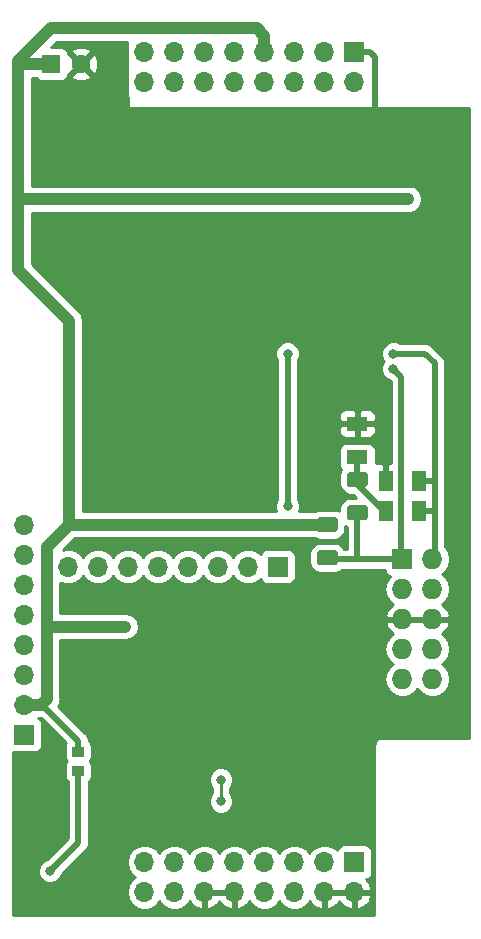
<source format=gbr>
G04 #@! TF.GenerationSoftware,KiCad,Pcbnew,(5.0.0)*
G04 #@! TF.CreationDate,2018-12-13T10:25:45+01:00*
G04 #@! TF.ProjectId,TrackModBusMaster_piggyback,547261636B4D6F644275734D61737465,rev?*
G04 #@! TF.SameCoordinates,Original*
G04 #@! TF.FileFunction,Copper,L2,Bot,Signal*
G04 #@! TF.FilePolarity,Positive*
%FSLAX46Y46*%
G04 Gerber Fmt 4.6, Leading zero omitted, Abs format (unit mm)*
G04 Created by KiCad (PCBNEW (5.0.0)) date 12/13/18 10:25:45*
%MOMM*%
%LPD*%
G01*
G04 APERTURE LIST*
G04 #@! TA.AperFunction,SMDPad,CuDef*
%ADD10R,1.220000X1.800000*%
G04 #@! TD*
G04 #@! TA.AperFunction,ComponentPad*
%ADD11O,1.700000X1.700000*%
G04 #@! TD*
G04 #@! TA.AperFunction,ComponentPad*
%ADD12R,1.700000X1.700000*%
G04 #@! TD*
G04 #@! TA.AperFunction,ComponentPad*
%ADD13R,1.727200X1.727200*%
G04 #@! TD*
G04 #@! TA.AperFunction,ComponentPad*
%ADD14O,1.727200X1.727200*%
G04 #@! TD*
G04 #@! TA.AperFunction,Conductor*
%ADD15C,0.100000*%
G04 #@! TD*
G04 #@! TA.AperFunction,SMDPad,CuDef*
%ADD16C,1.250000*%
G04 #@! TD*
G04 #@! TA.AperFunction,ComponentPad*
%ADD17R,1.600000X1.600000*%
G04 #@! TD*
G04 #@! TA.AperFunction,ComponentPad*
%ADD18C,1.600000*%
G04 #@! TD*
G04 #@! TA.AperFunction,SMDPad,CuDef*
%ADD19R,1.800000X1.220000*%
G04 #@! TD*
G04 #@! TA.AperFunction,SMDPad,CuDef*
%ADD20R,1.000000X0.820000*%
G04 #@! TD*
G04 #@! TA.AperFunction,ViaPad*
%ADD21C,0.800000*%
G04 #@! TD*
G04 #@! TA.AperFunction,Conductor*
%ADD22C,0.500000*%
G04 #@! TD*
G04 #@! TA.AperFunction,Conductor*
%ADD23C,0.250000*%
G04 #@! TD*
G04 #@! TA.AperFunction,Conductor*
%ADD24C,1.000000*%
G04 #@! TD*
G04 #@! TA.AperFunction,Conductor*
%ADD25C,0.254000*%
G04 #@! TD*
G04 APERTURE END LIST*
D10*
G04 #@! TO.P,R9,2*
G04 #@! TO.N,Rx_B*
X140114000Y-82042000D03*
G04 #@! TO.P,R9,1*
G04 #@! TO.N,GND*
X137254000Y-82042000D03*
G04 #@! TD*
D11*
G04 #@! TO.P,J1,16*
G04 #@! TO.N,GND*
X116840000Y-48260000D03*
G04 #@! TO.P,J1,15*
G04 #@! TO.N,+3.3VP*
X116840000Y-45720000D03*
G04 #@! TO.P,J1,14*
G04 #@! TO.N,SCK1*
X119380000Y-48260000D03*
G04 #@! TO.P,J1,13*
G04 #@! TO.N,+3.3VP*
X119380000Y-45720000D03*
G04 #@! TO.P,J1,12*
G04 #@! TO.N,GND*
X121920000Y-48260000D03*
G04 #@! TO.P,J1,11*
X121920000Y-45720000D03*
G04 #@! TO.P,J1,10*
G04 #@! TO.N,SS1*
X124460000Y-48260000D03*
G04 #@! TO.P,J1,9*
G04 #@! TO.N,GND*
X124460000Y-45720000D03*
G04 #@! TO.P,J1,8*
X127000000Y-48260000D03*
G04 #@! TO.P,J1,7*
G04 #@! TO.N,+5V*
X127000000Y-45720000D03*
G04 #@! TO.P,J1,6*
G04 #@! TO.N,SDO*
X129540000Y-48260000D03*
G04 #@! TO.P,J1,5*
G04 #@! TO.N,+5V*
X129540000Y-45720000D03*
G04 #@! TO.P,J1,4*
G04 #@! TO.N,GND*
X132080000Y-48260000D03*
G04 #@! TO.P,J1,3*
X132080000Y-45720000D03*
G04 #@! TO.P,J1,2*
G04 #@! TO.N,SDI*
X134620000Y-48260000D03*
D12*
G04 #@! TO.P,J1,1*
G04 #@! TO.N,GND*
X134620000Y-45720000D03*
G04 #@! TD*
D13*
G04 #@! TO.P,J2,1*
G04 #@! TO.N,Rx_A*
X138684000Y-88646000D03*
D14*
G04 #@! TO.P,J2,2*
G04 #@! TO.N,Rx_B*
X141224000Y-88646000D03*
G04 #@! TO.P,J2,3*
G04 #@! TO.N,Tx_A*
X138684000Y-91186000D03*
G04 #@! TO.P,J2,4*
G04 #@! TO.N,Tx_B*
X141224000Y-91186000D03*
G04 #@! TO.P,J2,5*
G04 #@! TO.N,GND*
X138684000Y-93726000D03*
G04 #@! TO.P,J2,6*
X141224000Y-93726000D03*
G04 #@! TO.P,J2,7*
G04 #@! TO.N,Sync_A*
X138684000Y-96266000D03*
G04 #@! TO.P,J2,8*
G04 #@! TO.N,Sync_B*
X141224000Y-96266000D03*
G04 #@! TO.P,J2,9*
G04 #@! TO.N,Reset_A*
X138684000Y-98806000D03*
G04 #@! TO.P,J2,10*
G04 #@! TO.N,Reset_B*
X141224000Y-98806000D03*
G04 #@! TD*
D12*
G04 #@! TO.P,J3,1*
G04 #@! TO.N,Reset_Out*
X134620000Y-114300000D03*
D11*
G04 #@! TO.P,J3,2*
G04 #@! TO.N,GND*
X134620000Y-116840000D03*
G04 #@! TO.P,J3,3*
G04 #@! TO.N,Net-(J3-Pad3)*
X132080000Y-114300000D03*
G04 #@! TO.P,J3,4*
G04 #@! TO.N,GND*
X132080000Y-116840000D03*
G04 #@! TO.P,J3,5*
G04 #@! TO.N,Net-(J3-Pad5)*
X129540000Y-114300000D03*
G04 #@! TO.P,J3,6*
G04 #@! TO.N,+5VP*
X129540000Y-116840000D03*
G04 #@! TO.P,J3,7*
G04 #@! TO.N,Net-(J3-Pad7)*
X127000000Y-114300000D03*
G04 #@! TO.P,J3,8*
G04 #@! TO.N,+5VP*
X127000000Y-116840000D03*
G04 #@! TO.P,J3,9*
G04 #@! TO.N,Net-(J3-Pad9)*
X124460000Y-114300000D03*
G04 #@! TO.P,J3,10*
G04 #@! TO.N,GND*
X124460000Y-116840000D03*
G04 #@! TO.P,J3,11*
G04 #@! TO.N,Net-(J3-Pad11)*
X121920000Y-114300000D03*
G04 #@! TO.P,J3,12*
G04 #@! TO.N,GND*
X121920000Y-116840000D03*
G04 #@! TO.P,J3,13*
G04 #@! TO.N,Net-(J3-Pad13)*
X119380000Y-114300000D03*
G04 #@! TO.P,J3,14*
G04 #@! TO.N,+3V3*
X119380000Y-116840000D03*
G04 #@! TO.P,J3,15*
G04 #@! TO.N,Net-(J3-Pad15)*
X116840000Y-114300000D03*
G04 #@! TO.P,J3,16*
G04 #@! TO.N,+3V3*
X116840000Y-116840000D03*
G04 #@! TD*
D12*
G04 #@! TO.P,J4,1*
G04 #@! TO.N,Net-(J4-Pad1)*
X128143000Y-89281000D03*
D11*
G04 #@! TO.P,J4,2*
G04 #@! TO.N,Net-(J4-Pad2)*
X125603000Y-89281000D03*
G04 #@! TO.P,J4,3*
G04 #@! TO.N,Net-(J4-Pad3)*
X123063000Y-89281000D03*
G04 #@! TO.P,J4,4*
G04 #@! TO.N,Net-(J4-Pad4)*
X120523000Y-89281000D03*
G04 #@! TO.P,J4,5*
G04 #@! TO.N,Net-(J4-Pad5)*
X117983000Y-89281000D03*
G04 #@! TO.P,J4,6*
G04 #@! TO.N,Net-(J4-Pad6)*
X115443000Y-89281000D03*
G04 #@! TO.P,J4,7*
G04 #@! TO.N,Net-(J4-Pad7)*
X112903000Y-89281000D03*
G04 #@! TO.P,J4,8*
G04 #@! TO.N,Net-(J4-Pad8)*
X110363000Y-89281000D03*
G04 #@! TD*
G04 #@! TO.P,J5,8*
G04 #@! TO.N,Net-(J5-Pad8)*
X106680000Y-85725000D03*
G04 #@! TO.P,J5,7*
G04 #@! TO.N,Net-(J5-Pad7)*
X106680000Y-88265000D03*
G04 #@! TO.P,J5,6*
G04 #@! TO.N,Net-(J5-Pad6)*
X106680000Y-90805000D03*
G04 #@! TO.P,J5,5*
G04 #@! TO.N,ICSPCLK*
X106680000Y-93345000D03*
G04 #@! TO.P,J5,4*
G04 #@! TO.N,ICSPDAT*
X106680000Y-95885000D03*
G04 #@! TO.P,J5,3*
G04 #@! TO.N,GND*
X106680000Y-98425000D03*
G04 #@! TO.P,J5,2*
G04 #@! TO.N,+5V*
X106680000Y-100965000D03*
D12*
G04 #@! TO.P,J5,1*
G04 #@! TO.N,Vpp*
X106680000Y-103505000D03*
G04 #@! TD*
D15*
G04 #@! TO.N,Rx_A*
G04 #@! TO.C,R7*
G36*
X132983504Y-87898204D02*
X133007773Y-87901804D01*
X133031571Y-87907765D01*
X133054671Y-87916030D01*
X133076849Y-87926520D01*
X133097893Y-87939133D01*
X133117598Y-87953747D01*
X133135777Y-87970223D01*
X133152253Y-87988402D01*
X133166867Y-88008107D01*
X133179480Y-88029151D01*
X133189970Y-88051329D01*
X133198235Y-88074429D01*
X133204196Y-88098227D01*
X133207796Y-88122496D01*
X133209000Y-88147000D01*
X133209000Y-88897000D01*
X133207796Y-88921504D01*
X133204196Y-88945773D01*
X133198235Y-88969571D01*
X133189970Y-88992671D01*
X133179480Y-89014849D01*
X133166867Y-89035893D01*
X133152253Y-89055598D01*
X133135777Y-89073777D01*
X133117598Y-89090253D01*
X133097893Y-89104867D01*
X133076849Y-89117480D01*
X133054671Y-89127970D01*
X133031571Y-89136235D01*
X133007773Y-89142196D01*
X132983504Y-89145796D01*
X132959000Y-89147000D01*
X131709000Y-89147000D01*
X131684496Y-89145796D01*
X131660227Y-89142196D01*
X131636429Y-89136235D01*
X131613329Y-89127970D01*
X131591151Y-89117480D01*
X131570107Y-89104867D01*
X131550402Y-89090253D01*
X131532223Y-89073777D01*
X131515747Y-89055598D01*
X131501133Y-89035893D01*
X131488520Y-89014849D01*
X131478030Y-88992671D01*
X131469765Y-88969571D01*
X131463804Y-88945773D01*
X131460204Y-88921504D01*
X131459000Y-88897000D01*
X131459000Y-88147000D01*
X131460204Y-88122496D01*
X131463804Y-88098227D01*
X131469765Y-88074429D01*
X131478030Y-88051329D01*
X131488520Y-88029151D01*
X131501133Y-88008107D01*
X131515747Y-87988402D01*
X131532223Y-87970223D01*
X131550402Y-87953747D01*
X131570107Y-87939133D01*
X131591151Y-87926520D01*
X131613329Y-87916030D01*
X131636429Y-87907765D01*
X131660227Y-87901804D01*
X131684496Y-87898204D01*
X131709000Y-87897000D01*
X132959000Y-87897000D01*
X132983504Y-87898204D01*
X132983504Y-87898204D01*
G37*
D16*
G04 #@! TD*
G04 #@! TO.P,R7,1*
G04 #@! TO.N,Rx_A*
X132334000Y-88522000D03*
D15*
G04 #@! TO.N,+5V*
G04 #@! TO.C,R7*
G36*
X132983504Y-85098204D02*
X133007773Y-85101804D01*
X133031571Y-85107765D01*
X133054671Y-85116030D01*
X133076849Y-85126520D01*
X133097893Y-85139133D01*
X133117598Y-85153747D01*
X133135777Y-85170223D01*
X133152253Y-85188402D01*
X133166867Y-85208107D01*
X133179480Y-85229151D01*
X133189970Y-85251329D01*
X133198235Y-85274429D01*
X133204196Y-85298227D01*
X133207796Y-85322496D01*
X133209000Y-85347000D01*
X133209000Y-86097000D01*
X133207796Y-86121504D01*
X133204196Y-86145773D01*
X133198235Y-86169571D01*
X133189970Y-86192671D01*
X133179480Y-86214849D01*
X133166867Y-86235893D01*
X133152253Y-86255598D01*
X133135777Y-86273777D01*
X133117598Y-86290253D01*
X133097893Y-86304867D01*
X133076849Y-86317480D01*
X133054671Y-86327970D01*
X133031571Y-86336235D01*
X133007773Y-86342196D01*
X132983504Y-86345796D01*
X132959000Y-86347000D01*
X131709000Y-86347000D01*
X131684496Y-86345796D01*
X131660227Y-86342196D01*
X131636429Y-86336235D01*
X131613329Y-86327970D01*
X131591151Y-86317480D01*
X131570107Y-86304867D01*
X131550402Y-86290253D01*
X131532223Y-86273777D01*
X131515747Y-86255598D01*
X131501133Y-86235893D01*
X131488520Y-86214849D01*
X131478030Y-86192671D01*
X131469765Y-86169571D01*
X131463804Y-86145773D01*
X131460204Y-86121504D01*
X131459000Y-86097000D01*
X131459000Y-85347000D01*
X131460204Y-85322496D01*
X131463804Y-85298227D01*
X131469765Y-85274429D01*
X131478030Y-85251329D01*
X131488520Y-85229151D01*
X131501133Y-85208107D01*
X131515747Y-85188402D01*
X131532223Y-85170223D01*
X131550402Y-85153747D01*
X131570107Y-85139133D01*
X131591151Y-85126520D01*
X131613329Y-85116030D01*
X131636429Y-85107765D01*
X131660227Y-85101804D01*
X131684496Y-85098204D01*
X131709000Y-85097000D01*
X132959000Y-85097000D01*
X132983504Y-85098204D01*
X132983504Y-85098204D01*
G37*
D16*
G04 #@! TD*
G04 #@! TO.P,R7,2*
G04 #@! TO.N,+5V*
X132334000Y-85722000D03*
D15*
G04 #@! TO.N,Net-(C20-Pad1)*
G04 #@! TO.C,R8*
G36*
X135523504Y-81288204D02*
X135547773Y-81291804D01*
X135571571Y-81297765D01*
X135594671Y-81306030D01*
X135616849Y-81316520D01*
X135637893Y-81329133D01*
X135657598Y-81343747D01*
X135675777Y-81360223D01*
X135692253Y-81378402D01*
X135706867Y-81398107D01*
X135719480Y-81419151D01*
X135729970Y-81441329D01*
X135738235Y-81464429D01*
X135744196Y-81488227D01*
X135747796Y-81512496D01*
X135749000Y-81537000D01*
X135749000Y-82287000D01*
X135747796Y-82311504D01*
X135744196Y-82335773D01*
X135738235Y-82359571D01*
X135729970Y-82382671D01*
X135719480Y-82404849D01*
X135706867Y-82425893D01*
X135692253Y-82445598D01*
X135675777Y-82463777D01*
X135657598Y-82480253D01*
X135637893Y-82494867D01*
X135616849Y-82507480D01*
X135594671Y-82517970D01*
X135571571Y-82526235D01*
X135547773Y-82532196D01*
X135523504Y-82535796D01*
X135499000Y-82537000D01*
X134249000Y-82537000D01*
X134224496Y-82535796D01*
X134200227Y-82532196D01*
X134176429Y-82526235D01*
X134153329Y-82517970D01*
X134131151Y-82507480D01*
X134110107Y-82494867D01*
X134090402Y-82480253D01*
X134072223Y-82463777D01*
X134055747Y-82445598D01*
X134041133Y-82425893D01*
X134028520Y-82404849D01*
X134018030Y-82382671D01*
X134009765Y-82359571D01*
X134003804Y-82335773D01*
X134000204Y-82311504D01*
X133999000Y-82287000D01*
X133999000Y-81537000D01*
X134000204Y-81512496D01*
X134003804Y-81488227D01*
X134009765Y-81464429D01*
X134018030Y-81441329D01*
X134028520Y-81419151D01*
X134041133Y-81398107D01*
X134055747Y-81378402D01*
X134072223Y-81360223D01*
X134090402Y-81343747D01*
X134110107Y-81329133D01*
X134131151Y-81316520D01*
X134153329Y-81306030D01*
X134176429Y-81297765D01*
X134200227Y-81291804D01*
X134224496Y-81288204D01*
X134249000Y-81287000D01*
X135499000Y-81287000D01*
X135523504Y-81288204D01*
X135523504Y-81288204D01*
G37*
D16*
G04 #@! TD*
G04 #@! TO.P,R8,2*
G04 #@! TO.N,Net-(C20-Pad1)*
X134874000Y-81912000D03*
D15*
G04 #@! TO.N,Rx_A*
G04 #@! TO.C,R8*
G36*
X135523504Y-84088204D02*
X135547773Y-84091804D01*
X135571571Y-84097765D01*
X135594671Y-84106030D01*
X135616849Y-84116520D01*
X135637893Y-84129133D01*
X135657598Y-84143747D01*
X135675777Y-84160223D01*
X135692253Y-84178402D01*
X135706867Y-84198107D01*
X135719480Y-84219151D01*
X135729970Y-84241329D01*
X135738235Y-84264429D01*
X135744196Y-84288227D01*
X135747796Y-84312496D01*
X135749000Y-84337000D01*
X135749000Y-85087000D01*
X135747796Y-85111504D01*
X135744196Y-85135773D01*
X135738235Y-85159571D01*
X135729970Y-85182671D01*
X135719480Y-85204849D01*
X135706867Y-85225893D01*
X135692253Y-85245598D01*
X135675777Y-85263777D01*
X135657598Y-85280253D01*
X135637893Y-85294867D01*
X135616849Y-85307480D01*
X135594671Y-85317970D01*
X135571571Y-85326235D01*
X135547773Y-85332196D01*
X135523504Y-85335796D01*
X135499000Y-85337000D01*
X134249000Y-85337000D01*
X134224496Y-85335796D01*
X134200227Y-85332196D01*
X134176429Y-85326235D01*
X134153329Y-85317970D01*
X134131151Y-85307480D01*
X134110107Y-85294867D01*
X134090402Y-85280253D01*
X134072223Y-85263777D01*
X134055747Y-85245598D01*
X134041133Y-85225893D01*
X134028520Y-85204849D01*
X134018030Y-85182671D01*
X134009765Y-85159571D01*
X134003804Y-85135773D01*
X134000204Y-85111504D01*
X133999000Y-85087000D01*
X133999000Y-84337000D01*
X134000204Y-84312496D01*
X134003804Y-84288227D01*
X134009765Y-84264429D01*
X134018030Y-84241329D01*
X134028520Y-84219151D01*
X134041133Y-84198107D01*
X134055747Y-84178402D01*
X134072223Y-84160223D01*
X134090402Y-84143747D01*
X134110107Y-84129133D01*
X134131151Y-84116520D01*
X134153329Y-84106030D01*
X134176429Y-84097765D01*
X134200227Y-84091804D01*
X134224496Y-84088204D01*
X134249000Y-84087000D01*
X135499000Y-84087000D01*
X135523504Y-84088204D01*
X135523504Y-84088204D01*
G37*
D16*
G04 #@! TD*
G04 #@! TO.P,R8,1*
G04 #@! TO.N,Rx_A*
X134874000Y-84712000D03*
D17*
G04 #@! TO.P,C19,1*
G04 #@! TO.N,+5V*
X108966000Y-46736000D03*
D18*
G04 #@! TO.P,C19,2*
G04 #@! TO.N,GND*
X111466000Y-46736000D03*
G04 #@! TD*
D19*
G04 #@! TO.P,C20,1*
G04 #@! TO.N,Net-(C20-Pad1)*
X134874000Y-80043000D03*
G04 #@! TO.P,C20,2*
G04 #@! TO.N,GND*
X134874000Y-77183000D03*
G04 #@! TD*
D10*
G04 #@! TO.P,R27,1*
G04 #@! TO.N,Rx_B*
X140114000Y-84582000D03*
G04 #@! TO.P,R27,2*
G04 #@! TO.N,Net-(C20-Pad1)*
X137254000Y-84582000D03*
G04 #@! TD*
D20*
G04 #@! TO.P,R28,1*
G04 #@! TO.N,+5V*
X111252000Y-104953000D03*
G04 #@! TO.P,R28,2*
G04 #@! TO.N,Net-(C7-Pad1)*
X111252000Y-106553000D03*
G04 #@! TD*
D21*
G04 #@! TO.N,GND*
X122936000Y-64008000D03*
X134112000Y-60959992D03*
X125793500Y-104648000D03*
X136017000Y-75374500D03*
X114554000Y-111887000D03*
X116713002Y-94742000D03*
X109093000Y-103632000D03*
X114300000Y-45466000D03*
X132080000Y-110617000D03*
X132588000Y-83185000D03*
X115824000Y-103886006D03*
X120142000Y-104648000D03*
G04 #@! TO.N,Net-(C7-Pad1)*
X108839000Y-115062000D03*
G04 #@! TO.N,Net-(C10-Pad1)*
X123317000Y-109156500D03*
X123317000Y-107315000D03*
G04 #@! TO.N,+5V*
X124460008Y-58166000D03*
X115189000Y-94361000D03*
X139192000Y-58166000D03*
G04 #@! TO.N,Rx_A*
X137922000Y-72517000D03*
G04 #@! TO.N,Rx_B*
X137922000Y-71247000D03*
G04 #@! TO.N,Rx*
X128955800Y-71247000D03*
X128955800Y-84150200D03*
G04 #@! TD*
D22*
G04 #@! TO.N,GND*
X135970000Y-45720000D02*
X136398000Y-46148000D01*
X134620000Y-45720000D02*
X135970000Y-45720000D01*
X136398000Y-46148000D02*
X136398000Y-51308000D01*
G04 #@! TO.N,Net-(C7-Pad1)*
X111252000Y-106553000D02*
X111252000Y-112649000D01*
X111252000Y-112649000D02*
X108839000Y-115062000D01*
D23*
G04 #@! TO.N,Net-(C10-Pad1)*
X123317000Y-109156500D02*
X123317000Y-107315000D01*
D24*
G04 #@! TO.N,+5V*
X106172000Y-46482000D02*
X106172000Y-58166000D01*
X106172000Y-58166000D02*
X124460008Y-58166000D01*
X106172000Y-46736000D02*
X106172000Y-46482000D01*
X108966000Y-46736000D02*
X106172000Y-46736000D01*
X110490000Y-68453000D02*
X110490000Y-85725000D01*
X106172000Y-58166000D02*
X106172000Y-64135000D01*
X106172000Y-64135000D02*
X110490000Y-68453000D01*
X108077000Y-100965000D02*
X106680000Y-100965000D01*
X108585000Y-100457000D02*
X108077000Y-100965000D01*
X110490000Y-85725000D02*
X108585000Y-87630000D01*
X108585000Y-94361000D02*
X108585000Y-100457000D01*
X108585000Y-87630000D02*
X108585000Y-94361000D01*
X108585000Y-94361000D02*
X115189000Y-94361000D01*
X124460008Y-58166000D02*
X139192000Y-58166000D01*
X108966000Y-43688000D02*
X106172000Y-46482000D01*
X126365000Y-43688000D02*
X108966000Y-43688000D01*
X127000000Y-45720000D02*
X127000000Y-44323000D01*
X127000000Y-44323000D02*
X126365000Y-43688000D01*
D22*
X108174000Y-100965000D02*
X108077000Y-100965000D01*
X111252000Y-104043000D02*
X108174000Y-100965000D01*
X111252000Y-104953000D02*
X111252000Y-104043000D01*
D24*
X130686000Y-85722000D02*
X132334000Y-85722000D01*
X110490000Y-85725000D02*
X110493000Y-85722000D01*
X110493000Y-85722000D02*
X130686000Y-85722000D01*
D22*
G04 #@! TO.N,Rx_A*
X138601016Y-73196016D02*
X137922000Y-72517000D01*
X138601016Y-88436016D02*
X138601016Y-73196016D01*
X138684000Y-88646000D02*
X138684000Y-88519000D01*
X138684000Y-88519000D02*
X138601016Y-88436016D01*
X132458000Y-88646000D02*
X132334000Y-88522000D01*
X134874000Y-84712000D02*
X134874000Y-88646000D01*
X138684000Y-88646000D02*
X134874000Y-88646000D01*
X134874000Y-88646000D02*
X132458000Y-88646000D01*
G04 #@! TO.N,Rx_B*
X140682000Y-82042000D02*
X141401016Y-82042000D01*
X139957000Y-82042000D02*
X140682000Y-82042000D01*
X141414500Y-88455500D02*
X141224000Y-88646000D01*
X141401016Y-82042000D02*
X141414500Y-82055484D01*
X141414500Y-82028516D02*
X141401016Y-82042000D01*
X141414500Y-72072500D02*
X141414500Y-82028516D01*
X137922000Y-71247000D02*
X140589000Y-71247000D01*
X140589000Y-71247000D02*
X141414500Y-72072500D01*
X140114000Y-84582000D02*
X141414500Y-84582000D01*
X141414500Y-82055484D02*
X141414500Y-84582000D01*
X141414500Y-84582000D02*
X141414500Y-88455500D01*
G04 #@! TO.N,Rx*
X128955800Y-71247000D02*
X128955800Y-84150200D01*
G04 #@! TO.N,Net-(C20-Pad1)*
X134874000Y-82296000D02*
X134874000Y-81912000D01*
X137254000Y-84582000D02*
X137160000Y-84582000D01*
X137160000Y-84582000D02*
X134874000Y-82296000D01*
X134874000Y-80043000D02*
X134874000Y-81912000D01*
G04 #@! TD*
D25*
G04 #@! TO.N,GND*
G36*
X115385736Y-45419221D02*
X115325908Y-45720000D01*
X115388420Y-46034271D01*
X115399680Y-48614671D01*
X115398514Y-48616892D01*
X115399700Y-48619418D01*
X115407001Y-50292554D01*
X115416667Y-50340601D01*
X115444197Y-50381803D01*
X115485399Y-50409333D01*
X115534000Y-50419000D01*
X144290001Y-50419000D01*
X144290000Y-103790000D01*
X137069925Y-103790000D01*
X137000000Y-103776091D01*
X136930074Y-103790000D01*
X136722972Y-103831195D01*
X136488119Y-103988119D01*
X136331195Y-104222972D01*
X136276091Y-104500000D01*
X136290000Y-104569925D01*
X136290001Y-118790000D01*
X105710000Y-118790000D01*
X105710000Y-104978571D01*
X105830000Y-105002440D01*
X107530000Y-105002440D01*
X107777765Y-104953157D01*
X107987809Y-104812809D01*
X108128157Y-104602765D01*
X108177440Y-104355000D01*
X108177440Y-102655000D01*
X108128157Y-102407235D01*
X107987809Y-102197191D01*
X107842354Y-102100000D01*
X107965217Y-102100000D01*
X108077000Y-102122235D01*
X108079216Y-102121794D01*
X110193422Y-104236001D01*
X110153843Y-104295235D01*
X110104560Y-104543000D01*
X110104560Y-105363000D01*
X110153843Y-105610765D01*
X110248882Y-105753000D01*
X110153843Y-105895235D01*
X110104560Y-106143000D01*
X110104560Y-106963000D01*
X110153843Y-107210765D01*
X110294191Y-107420809D01*
X110367000Y-107469459D01*
X110367001Y-112282420D01*
X108614853Y-114034569D01*
X108252720Y-114184569D01*
X107961569Y-114475720D01*
X107804000Y-114856126D01*
X107804000Y-115267874D01*
X107961569Y-115648280D01*
X108252720Y-115939431D01*
X108633126Y-116097000D01*
X109044874Y-116097000D01*
X109425280Y-115939431D01*
X109716431Y-115648280D01*
X109866431Y-115286147D01*
X110852578Y-114300000D01*
X115325908Y-114300000D01*
X115441161Y-114879418D01*
X115769375Y-115370625D01*
X116067761Y-115570000D01*
X115769375Y-115769375D01*
X115441161Y-116260582D01*
X115325908Y-116840000D01*
X115441161Y-117419418D01*
X115769375Y-117910625D01*
X116260582Y-118238839D01*
X116693744Y-118325000D01*
X116986256Y-118325000D01*
X117419418Y-118238839D01*
X117910625Y-117910625D01*
X118110000Y-117612239D01*
X118309375Y-117910625D01*
X118800582Y-118238839D01*
X119233744Y-118325000D01*
X119526256Y-118325000D01*
X119959418Y-118238839D01*
X120450625Y-117910625D01*
X120663843Y-117591522D01*
X120724817Y-117721358D01*
X121153076Y-118111645D01*
X121563110Y-118281476D01*
X121793000Y-118160155D01*
X121793000Y-116967000D01*
X122047000Y-116967000D01*
X122047000Y-118160155D01*
X122276890Y-118281476D01*
X122686924Y-118111645D01*
X123115183Y-117721358D01*
X123190000Y-117562046D01*
X123264817Y-117721358D01*
X123693076Y-118111645D01*
X124103110Y-118281476D01*
X124333000Y-118160155D01*
X124333000Y-116967000D01*
X122047000Y-116967000D01*
X121793000Y-116967000D01*
X121773000Y-116967000D01*
X121773000Y-116713000D01*
X121793000Y-116713000D01*
X121793000Y-116693000D01*
X122047000Y-116693000D01*
X122047000Y-116713000D01*
X124333000Y-116713000D01*
X124333000Y-116693000D01*
X124587000Y-116693000D01*
X124587000Y-116713000D01*
X124607000Y-116713000D01*
X124607000Y-116967000D01*
X124587000Y-116967000D01*
X124587000Y-118160155D01*
X124816890Y-118281476D01*
X125226924Y-118111645D01*
X125655183Y-117721358D01*
X125716157Y-117591522D01*
X125929375Y-117910625D01*
X126420582Y-118238839D01*
X126853744Y-118325000D01*
X127146256Y-118325000D01*
X127579418Y-118238839D01*
X128070625Y-117910625D01*
X128270000Y-117612239D01*
X128469375Y-117910625D01*
X128960582Y-118238839D01*
X129393744Y-118325000D01*
X129686256Y-118325000D01*
X130119418Y-118238839D01*
X130610625Y-117910625D01*
X130823843Y-117591522D01*
X130884817Y-117721358D01*
X131313076Y-118111645D01*
X131723110Y-118281476D01*
X131953000Y-118160155D01*
X131953000Y-116967000D01*
X132207000Y-116967000D01*
X132207000Y-118160155D01*
X132436890Y-118281476D01*
X132846924Y-118111645D01*
X133275183Y-117721358D01*
X133350000Y-117562046D01*
X133424817Y-117721358D01*
X133853076Y-118111645D01*
X134263110Y-118281476D01*
X134493000Y-118160155D01*
X134493000Y-116967000D01*
X134747000Y-116967000D01*
X134747000Y-118160155D01*
X134976890Y-118281476D01*
X135386924Y-118111645D01*
X135815183Y-117721358D01*
X136061486Y-117196892D01*
X135940819Y-116967000D01*
X134747000Y-116967000D01*
X134493000Y-116967000D01*
X132207000Y-116967000D01*
X131953000Y-116967000D01*
X131933000Y-116967000D01*
X131933000Y-116713000D01*
X131953000Y-116713000D01*
X131953000Y-116693000D01*
X132207000Y-116693000D01*
X132207000Y-116713000D01*
X134493000Y-116713000D01*
X134493000Y-116693000D01*
X134747000Y-116693000D01*
X134747000Y-116713000D01*
X135940819Y-116713000D01*
X136061486Y-116483108D01*
X135815183Y-115958642D01*
X135608145Y-115769961D01*
X135717765Y-115748157D01*
X135927809Y-115607809D01*
X136068157Y-115397765D01*
X136117440Y-115150000D01*
X136117440Y-113450000D01*
X136068157Y-113202235D01*
X135927809Y-112992191D01*
X135717765Y-112851843D01*
X135470000Y-112802560D01*
X133770000Y-112802560D01*
X133522235Y-112851843D01*
X133312191Y-112992191D01*
X133171843Y-113202235D01*
X133162816Y-113247619D01*
X133150625Y-113229375D01*
X132659418Y-112901161D01*
X132226256Y-112815000D01*
X131933744Y-112815000D01*
X131500582Y-112901161D01*
X131009375Y-113229375D01*
X130810000Y-113527761D01*
X130610625Y-113229375D01*
X130119418Y-112901161D01*
X129686256Y-112815000D01*
X129393744Y-112815000D01*
X128960582Y-112901161D01*
X128469375Y-113229375D01*
X128270000Y-113527761D01*
X128070625Y-113229375D01*
X127579418Y-112901161D01*
X127146256Y-112815000D01*
X126853744Y-112815000D01*
X126420582Y-112901161D01*
X125929375Y-113229375D01*
X125730000Y-113527761D01*
X125530625Y-113229375D01*
X125039418Y-112901161D01*
X124606256Y-112815000D01*
X124313744Y-112815000D01*
X123880582Y-112901161D01*
X123389375Y-113229375D01*
X123190000Y-113527761D01*
X122990625Y-113229375D01*
X122499418Y-112901161D01*
X122066256Y-112815000D01*
X121773744Y-112815000D01*
X121340582Y-112901161D01*
X120849375Y-113229375D01*
X120650000Y-113527761D01*
X120450625Y-113229375D01*
X119959418Y-112901161D01*
X119526256Y-112815000D01*
X119233744Y-112815000D01*
X118800582Y-112901161D01*
X118309375Y-113229375D01*
X118110000Y-113527761D01*
X117910625Y-113229375D01*
X117419418Y-112901161D01*
X116986256Y-112815000D01*
X116693744Y-112815000D01*
X116260582Y-112901161D01*
X115769375Y-113229375D01*
X115441161Y-113720582D01*
X115325908Y-114300000D01*
X110852578Y-114300000D01*
X111816156Y-113336423D01*
X111890049Y-113287049D01*
X111946721Y-113202235D01*
X112085651Y-112994311D01*
X112085652Y-112994310D01*
X112137000Y-112736165D01*
X112137000Y-112736161D01*
X112154337Y-112649001D01*
X112137000Y-112561841D01*
X112137000Y-107469459D01*
X112209809Y-107420809D01*
X112350157Y-107210765D01*
X112370374Y-107109126D01*
X122282000Y-107109126D01*
X122282000Y-107520874D01*
X122439569Y-107901280D01*
X122557001Y-108018712D01*
X122557000Y-108452789D01*
X122439569Y-108570220D01*
X122282000Y-108950626D01*
X122282000Y-109362374D01*
X122439569Y-109742780D01*
X122730720Y-110033931D01*
X123111126Y-110191500D01*
X123522874Y-110191500D01*
X123903280Y-110033931D01*
X124194431Y-109742780D01*
X124352000Y-109362374D01*
X124352000Y-108950626D01*
X124194431Y-108570220D01*
X124077000Y-108452789D01*
X124077000Y-108018711D01*
X124194431Y-107901280D01*
X124352000Y-107520874D01*
X124352000Y-107109126D01*
X124194431Y-106728720D01*
X123903280Y-106437569D01*
X123522874Y-106280000D01*
X123111126Y-106280000D01*
X122730720Y-106437569D01*
X122439569Y-106728720D01*
X122282000Y-107109126D01*
X112370374Y-107109126D01*
X112399440Y-106963000D01*
X112399440Y-106143000D01*
X112350157Y-105895235D01*
X112255118Y-105753000D01*
X112350157Y-105610765D01*
X112399440Y-105363000D01*
X112399440Y-104543000D01*
X112350157Y-104295235D01*
X112209809Y-104085191D01*
X112153437Y-104047524D01*
X112154337Y-104042999D01*
X112137000Y-103955839D01*
X112137000Y-103955835D01*
X112085652Y-103697690D01*
X111890049Y-103404951D01*
X111816156Y-103355577D01*
X109536501Y-101075923D01*
X109654146Y-100899855D01*
X109720000Y-100568783D01*
X109742235Y-100457001D01*
X109720000Y-100345219D01*
X109720000Y-96266000D01*
X137156041Y-96266000D01*
X137272350Y-96850725D01*
X137603570Y-97346430D01*
X137887281Y-97536000D01*
X137603570Y-97725570D01*
X137272350Y-98221275D01*
X137156041Y-98806000D01*
X137272350Y-99390725D01*
X137603570Y-99886430D01*
X138099275Y-100217650D01*
X138536402Y-100304600D01*
X138831598Y-100304600D01*
X139268725Y-100217650D01*
X139764430Y-99886430D01*
X139954000Y-99602719D01*
X140143570Y-99886430D01*
X140639275Y-100217650D01*
X141076402Y-100304600D01*
X141371598Y-100304600D01*
X141808725Y-100217650D01*
X142304430Y-99886430D01*
X142635650Y-99390725D01*
X142751959Y-98806000D01*
X142635650Y-98221275D01*
X142304430Y-97725570D01*
X142020719Y-97536000D01*
X142304430Y-97346430D01*
X142635650Y-96850725D01*
X142751959Y-96266000D01*
X142635650Y-95681275D01*
X142304430Y-95185570D01*
X142002979Y-94984146D01*
X142112490Y-94932821D01*
X142506688Y-94500947D01*
X142678958Y-94085026D01*
X142557817Y-93853000D01*
X141351000Y-93853000D01*
X141351000Y-93873000D01*
X141097000Y-93873000D01*
X141097000Y-93853000D01*
X138811000Y-93853000D01*
X138811000Y-93873000D01*
X138557000Y-93873000D01*
X138557000Y-93853000D01*
X137350183Y-93853000D01*
X137229042Y-94085026D01*
X137401312Y-94500947D01*
X137795510Y-94932821D01*
X137905021Y-94984146D01*
X137603570Y-95185570D01*
X137272350Y-95681275D01*
X137156041Y-96266000D01*
X109720000Y-96266000D01*
X109720000Y-95496000D01*
X115300783Y-95496000D01*
X115631855Y-95430146D01*
X116007289Y-95179289D01*
X116258146Y-94803855D01*
X116346235Y-94361000D01*
X116258146Y-93918145D01*
X116007289Y-93542711D01*
X115631855Y-93291854D01*
X115300783Y-93226000D01*
X109720000Y-93226000D01*
X109720000Y-90637355D01*
X109783582Y-90679839D01*
X110216744Y-90766000D01*
X110509256Y-90766000D01*
X110942418Y-90679839D01*
X111433625Y-90351625D01*
X111633000Y-90053239D01*
X111832375Y-90351625D01*
X112323582Y-90679839D01*
X112756744Y-90766000D01*
X113049256Y-90766000D01*
X113482418Y-90679839D01*
X113973625Y-90351625D01*
X114173000Y-90053239D01*
X114372375Y-90351625D01*
X114863582Y-90679839D01*
X115296744Y-90766000D01*
X115589256Y-90766000D01*
X116022418Y-90679839D01*
X116513625Y-90351625D01*
X116713000Y-90053239D01*
X116912375Y-90351625D01*
X117403582Y-90679839D01*
X117836744Y-90766000D01*
X118129256Y-90766000D01*
X118562418Y-90679839D01*
X119053625Y-90351625D01*
X119253000Y-90053239D01*
X119452375Y-90351625D01*
X119943582Y-90679839D01*
X120376744Y-90766000D01*
X120669256Y-90766000D01*
X121102418Y-90679839D01*
X121593625Y-90351625D01*
X121793000Y-90053239D01*
X121992375Y-90351625D01*
X122483582Y-90679839D01*
X122916744Y-90766000D01*
X123209256Y-90766000D01*
X123642418Y-90679839D01*
X124133625Y-90351625D01*
X124333000Y-90053239D01*
X124532375Y-90351625D01*
X125023582Y-90679839D01*
X125456744Y-90766000D01*
X125749256Y-90766000D01*
X126182418Y-90679839D01*
X126673625Y-90351625D01*
X126685816Y-90333381D01*
X126694843Y-90378765D01*
X126835191Y-90588809D01*
X127045235Y-90729157D01*
X127293000Y-90778440D01*
X128993000Y-90778440D01*
X129240765Y-90729157D01*
X129450809Y-90588809D01*
X129591157Y-90378765D01*
X129640440Y-90131000D01*
X129640440Y-88431000D01*
X129591157Y-88183235D01*
X129450809Y-87973191D01*
X129240765Y-87832843D01*
X128993000Y-87783560D01*
X127293000Y-87783560D01*
X127045235Y-87832843D01*
X126835191Y-87973191D01*
X126694843Y-88183235D01*
X126685816Y-88228619D01*
X126673625Y-88210375D01*
X126182418Y-87882161D01*
X125749256Y-87796000D01*
X125456744Y-87796000D01*
X125023582Y-87882161D01*
X124532375Y-88210375D01*
X124333000Y-88508761D01*
X124133625Y-88210375D01*
X123642418Y-87882161D01*
X123209256Y-87796000D01*
X122916744Y-87796000D01*
X122483582Y-87882161D01*
X121992375Y-88210375D01*
X121793000Y-88508761D01*
X121593625Y-88210375D01*
X121102418Y-87882161D01*
X120669256Y-87796000D01*
X120376744Y-87796000D01*
X119943582Y-87882161D01*
X119452375Y-88210375D01*
X119253000Y-88508761D01*
X119053625Y-88210375D01*
X118562418Y-87882161D01*
X118129256Y-87796000D01*
X117836744Y-87796000D01*
X117403582Y-87882161D01*
X116912375Y-88210375D01*
X116713000Y-88508761D01*
X116513625Y-88210375D01*
X116022418Y-87882161D01*
X115589256Y-87796000D01*
X115296744Y-87796000D01*
X114863582Y-87882161D01*
X114372375Y-88210375D01*
X114173000Y-88508761D01*
X113973625Y-88210375D01*
X113482418Y-87882161D01*
X113049256Y-87796000D01*
X112756744Y-87796000D01*
X112323582Y-87882161D01*
X111832375Y-88210375D01*
X111633000Y-88508761D01*
X111433625Y-88210375D01*
X110942418Y-87882161D01*
X110509256Y-87796000D01*
X110216744Y-87796000D01*
X109976305Y-87843826D01*
X110963132Y-86857000D01*
X131262110Y-86857000D01*
X131365565Y-86926126D01*
X131709000Y-86994440D01*
X132959000Y-86994440D01*
X133302435Y-86926126D01*
X133593586Y-86731586D01*
X133788126Y-86440435D01*
X133856440Y-86097000D01*
X133856440Y-85883302D01*
X133905565Y-85916126D01*
X133989000Y-85932722D01*
X133989001Y-87761000D01*
X133759685Y-87761000D01*
X133593586Y-87512414D01*
X133302435Y-87317874D01*
X132959000Y-87249560D01*
X131709000Y-87249560D01*
X131365565Y-87317874D01*
X131074414Y-87512414D01*
X130879874Y-87803565D01*
X130811560Y-88147000D01*
X130811560Y-88897000D01*
X130879874Y-89240435D01*
X131074414Y-89531586D01*
X131365565Y-89726126D01*
X131709000Y-89794440D01*
X132959000Y-89794440D01*
X133302435Y-89726126D01*
X133593586Y-89531586D01*
X133593978Y-89531000D01*
X134786836Y-89531000D01*
X134874000Y-89548338D01*
X134961165Y-89531000D01*
X137177217Y-89531000D01*
X137222243Y-89757365D01*
X137362591Y-89967409D01*
X137572635Y-90107757D01*
X137598651Y-90112932D01*
X137272350Y-90601275D01*
X137156041Y-91186000D01*
X137272350Y-91770725D01*
X137603570Y-92266430D01*
X137905021Y-92467854D01*
X137795510Y-92519179D01*
X137401312Y-92951053D01*
X137229042Y-93366974D01*
X137350183Y-93599000D01*
X138557000Y-93599000D01*
X138557000Y-93579000D01*
X138811000Y-93579000D01*
X138811000Y-93599000D01*
X141097000Y-93599000D01*
X141097000Y-93579000D01*
X141351000Y-93579000D01*
X141351000Y-93599000D01*
X142557817Y-93599000D01*
X142678958Y-93366974D01*
X142506688Y-92951053D01*
X142112490Y-92519179D01*
X142002979Y-92467854D01*
X142304430Y-92266430D01*
X142635650Y-91770725D01*
X142751959Y-91186000D01*
X142635650Y-90601275D01*
X142304430Y-90105570D01*
X142020719Y-89916000D01*
X142304430Y-89726430D01*
X142635650Y-89230725D01*
X142751959Y-88646000D01*
X142635650Y-88061275D01*
X142304430Y-87565570D01*
X142299500Y-87562276D01*
X142299500Y-84669165D01*
X142316838Y-84582000D01*
X142299500Y-84494835D01*
X142299500Y-82142643D01*
X142316837Y-82055483D01*
X142314155Y-82042000D01*
X142316837Y-82028517D01*
X142299500Y-81941357D01*
X142299500Y-72159659D01*
X142316837Y-72072499D01*
X142299500Y-71985339D01*
X142299500Y-71985335D01*
X142248152Y-71727190D01*
X142052549Y-71434451D01*
X141978656Y-71385077D01*
X141276425Y-70682847D01*
X141227049Y-70608951D01*
X140934310Y-70413348D01*
X140676165Y-70362000D01*
X140676161Y-70362000D01*
X140589000Y-70344663D01*
X140501839Y-70362000D01*
X138490007Y-70362000D01*
X138127874Y-70212000D01*
X137716126Y-70212000D01*
X137335720Y-70369569D01*
X137044569Y-70660720D01*
X136887000Y-71041126D01*
X136887000Y-71452874D01*
X137044569Y-71833280D01*
X137093289Y-71882000D01*
X137044569Y-71930720D01*
X136887000Y-72311126D01*
X136887000Y-72722874D01*
X137044569Y-73103280D01*
X137335720Y-73394431D01*
X137697852Y-73544431D01*
X137716017Y-73562596D01*
X137716017Y-80507000D01*
X137539750Y-80507000D01*
X137381000Y-80665750D01*
X137381000Y-81915000D01*
X137401000Y-81915000D01*
X137401000Y-82169000D01*
X137381000Y-82169000D01*
X137381000Y-82189000D01*
X137127000Y-82189000D01*
X137127000Y-82169000D01*
X137107000Y-82169000D01*
X137107000Y-81915000D01*
X137127000Y-81915000D01*
X137127000Y-80665750D01*
X136968250Y-80507000D01*
X136517691Y-80507000D01*
X136421440Y-80546869D01*
X136421440Y-79433000D01*
X136372157Y-79185235D01*
X136231809Y-78975191D01*
X136021765Y-78834843D01*
X135774000Y-78785560D01*
X133974000Y-78785560D01*
X133726235Y-78834843D01*
X133516191Y-78975191D01*
X133375843Y-79185235D01*
X133326560Y-79433000D01*
X133326560Y-80653000D01*
X133375843Y-80900765D01*
X133495680Y-81080113D01*
X133419874Y-81193565D01*
X133351560Y-81537000D01*
X133351560Y-82287000D01*
X133419874Y-82630435D01*
X133614414Y-82921586D01*
X133905565Y-83116126D01*
X134249000Y-83184440D01*
X134510862Y-83184440D01*
X134765982Y-83439560D01*
X134249000Y-83439560D01*
X133905565Y-83507874D01*
X133614414Y-83702414D01*
X133419874Y-83993565D01*
X133351560Y-84337000D01*
X133351560Y-84550698D01*
X133302435Y-84517874D01*
X132959000Y-84449560D01*
X131709000Y-84449560D01*
X131365565Y-84517874D01*
X131262110Y-84587000D01*
X129895148Y-84587000D01*
X129990800Y-84356074D01*
X129990800Y-83944326D01*
X129840800Y-83582193D01*
X129840800Y-77468750D01*
X133339000Y-77468750D01*
X133339000Y-77919309D01*
X133435673Y-78152698D01*
X133614301Y-78331327D01*
X133847690Y-78428000D01*
X134588250Y-78428000D01*
X134747000Y-78269250D01*
X134747000Y-77310000D01*
X135001000Y-77310000D01*
X135001000Y-78269250D01*
X135159750Y-78428000D01*
X135900310Y-78428000D01*
X136133699Y-78331327D01*
X136312327Y-78152698D01*
X136409000Y-77919309D01*
X136409000Y-77468750D01*
X136250250Y-77310000D01*
X135001000Y-77310000D01*
X134747000Y-77310000D01*
X133497750Y-77310000D01*
X133339000Y-77468750D01*
X129840800Y-77468750D01*
X129840800Y-76446691D01*
X133339000Y-76446691D01*
X133339000Y-76897250D01*
X133497750Y-77056000D01*
X134747000Y-77056000D01*
X134747000Y-76096750D01*
X135001000Y-76096750D01*
X135001000Y-77056000D01*
X136250250Y-77056000D01*
X136409000Y-76897250D01*
X136409000Y-76446691D01*
X136312327Y-76213302D01*
X136133699Y-76034673D01*
X135900310Y-75938000D01*
X135159750Y-75938000D01*
X135001000Y-76096750D01*
X134747000Y-76096750D01*
X134588250Y-75938000D01*
X133847690Y-75938000D01*
X133614301Y-76034673D01*
X133435673Y-76213302D01*
X133339000Y-76446691D01*
X129840800Y-76446691D01*
X129840800Y-71815007D01*
X129990800Y-71452874D01*
X129990800Y-71041126D01*
X129833231Y-70660720D01*
X129542080Y-70369569D01*
X129161674Y-70212000D01*
X128749926Y-70212000D01*
X128369520Y-70369569D01*
X128078369Y-70660720D01*
X127920800Y-71041126D01*
X127920800Y-71452874D01*
X128070800Y-71815007D01*
X128070801Y-83582191D01*
X127920800Y-83944326D01*
X127920800Y-84356074D01*
X128016452Y-84587000D01*
X111625000Y-84587000D01*
X111625000Y-68564782D01*
X111647235Y-68452999D01*
X111559146Y-68010145D01*
X111308289Y-67634711D01*
X111213522Y-67571390D01*
X107307000Y-63664869D01*
X107307000Y-59301000D01*
X139303783Y-59301000D01*
X139634855Y-59235146D01*
X140010289Y-58984289D01*
X140261146Y-58608855D01*
X140349235Y-58166000D01*
X140261146Y-57723145D01*
X140010289Y-57347711D01*
X139634855Y-57096854D01*
X139303783Y-57031000D01*
X107307000Y-57031000D01*
X107307000Y-47871000D01*
X107626132Y-47871000D01*
X107708191Y-47993809D01*
X107918235Y-48134157D01*
X108166000Y-48183440D01*
X109766000Y-48183440D01*
X110013765Y-48134157D01*
X110223809Y-47993809D01*
X110364157Y-47783765D01*
X110372117Y-47743745D01*
X110637861Y-47743745D01*
X110711995Y-47989864D01*
X111249223Y-48182965D01*
X111819454Y-48155778D01*
X112220005Y-47989864D01*
X112294139Y-47743745D01*
X111466000Y-46915605D01*
X110637861Y-47743745D01*
X110372117Y-47743745D01*
X110410693Y-47549813D01*
X110458255Y-47564139D01*
X111286395Y-46736000D01*
X111645605Y-46736000D01*
X112473745Y-47564139D01*
X112719864Y-47490005D01*
X112912965Y-46952777D01*
X112885778Y-46382546D01*
X112719864Y-45981995D01*
X112473745Y-45907861D01*
X111645605Y-46736000D01*
X111286395Y-46736000D01*
X110458255Y-45907861D01*
X110410693Y-45922187D01*
X110372118Y-45728255D01*
X110637861Y-45728255D01*
X111466000Y-46556395D01*
X112294139Y-45728255D01*
X112220005Y-45482136D01*
X111682777Y-45289035D01*
X111112546Y-45316222D01*
X110711995Y-45482136D01*
X110637861Y-45728255D01*
X110372118Y-45728255D01*
X110364157Y-45688235D01*
X110223809Y-45478191D01*
X110013765Y-45337843D01*
X109766000Y-45288560D01*
X108970572Y-45288560D01*
X109436132Y-44823000D01*
X115383135Y-44823000D01*
X115385736Y-45419221D01*
X115385736Y-45419221D01*
G37*
X115385736Y-45419221D02*
X115325908Y-45720000D01*
X115388420Y-46034271D01*
X115399680Y-48614671D01*
X115398514Y-48616892D01*
X115399700Y-48619418D01*
X115407001Y-50292554D01*
X115416667Y-50340601D01*
X115444197Y-50381803D01*
X115485399Y-50409333D01*
X115534000Y-50419000D01*
X144290001Y-50419000D01*
X144290000Y-103790000D01*
X137069925Y-103790000D01*
X137000000Y-103776091D01*
X136930074Y-103790000D01*
X136722972Y-103831195D01*
X136488119Y-103988119D01*
X136331195Y-104222972D01*
X136276091Y-104500000D01*
X136290000Y-104569925D01*
X136290001Y-118790000D01*
X105710000Y-118790000D01*
X105710000Y-104978571D01*
X105830000Y-105002440D01*
X107530000Y-105002440D01*
X107777765Y-104953157D01*
X107987809Y-104812809D01*
X108128157Y-104602765D01*
X108177440Y-104355000D01*
X108177440Y-102655000D01*
X108128157Y-102407235D01*
X107987809Y-102197191D01*
X107842354Y-102100000D01*
X107965217Y-102100000D01*
X108077000Y-102122235D01*
X108079216Y-102121794D01*
X110193422Y-104236001D01*
X110153843Y-104295235D01*
X110104560Y-104543000D01*
X110104560Y-105363000D01*
X110153843Y-105610765D01*
X110248882Y-105753000D01*
X110153843Y-105895235D01*
X110104560Y-106143000D01*
X110104560Y-106963000D01*
X110153843Y-107210765D01*
X110294191Y-107420809D01*
X110367000Y-107469459D01*
X110367001Y-112282420D01*
X108614853Y-114034569D01*
X108252720Y-114184569D01*
X107961569Y-114475720D01*
X107804000Y-114856126D01*
X107804000Y-115267874D01*
X107961569Y-115648280D01*
X108252720Y-115939431D01*
X108633126Y-116097000D01*
X109044874Y-116097000D01*
X109425280Y-115939431D01*
X109716431Y-115648280D01*
X109866431Y-115286147D01*
X110852578Y-114300000D01*
X115325908Y-114300000D01*
X115441161Y-114879418D01*
X115769375Y-115370625D01*
X116067761Y-115570000D01*
X115769375Y-115769375D01*
X115441161Y-116260582D01*
X115325908Y-116840000D01*
X115441161Y-117419418D01*
X115769375Y-117910625D01*
X116260582Y-118238839D01*
X116693744Y-118325000D01*
X116986256Y-118325000D01*
X117419418Y-118238839D01*
X117910625Y-117910625D01*
X118110000Y-117612239D01*
X118309375Y-117910625D01*
X118800582Y-118238839D01*
X119233744Y-118325000D01*
X119526256Y-118325000D01*
X119959418Y-118238839D01*
X120450625Y-117910625D01*
X120663843Y-117591522D01*
X120724817Y-117721358D01*
X121153076Y-118111645D01*
X121563110Y-118281476D01*
X121793000Y-118160155D01*
X121793000Y-116967000D01*
X122047000Y-116967000D01*
X122047000Y-118160155D01*
X122276890Y-118281476D01*
X122686924Y-118111645D01*
X123115183Y-117721358D01*
X123190000Y-117562046D01*
X123264817Y-117721358D01*
X123693076Y-118111645D01*
X124103110Y-118281476D01*
X124333000Y-118160155D01*
X124333000Y-116967000D01*
X122047000Y-116967000D01*
X121793000Y-116967000D01*
X121773000Y-116967000D01*
X121773000Y-116713000D01*
X121793000Y-116713000D01*
X121793000Y-116693000D01*
X122047000Y-116693000D01*
X122047000Y-116713000D01*
X124333000Y-116713000D01*
X124333000Y-116693000D01*
X124587000Y-116693000D01*
X124587000Y-116713000D01*
X124607000Y-116713000D01*
X124607000Y-116967000D01*
X124587000Y-116967000D01*
X124587000Y-118160155D01*
X124816890Y-118281476D01*
X125226924Y-118111645D01*
X125655183Y-117721358D01*
X125716157Y-117591522D01*
X125929375Y-117910625D01*
X126420582Y-118238839D01*
X126853744Y-118325000D01*
X127146256Y-118325000D01*
X127579418Y-118238839D01*
X128070625Y-117910625D01*
X128270000Y-117612239D01*
X128469375Y-117910625D01*
X128960582Y-118238839D01*
X129393744Y-118325000D01*
X129686256Y-118325000D01*
X130119418Y-118238839D01*
X130610625Y-117910625D01*
X130823843Y-117591522D01*
X130884817Y-117721358D01*
X131313076Y-118111645D01*
X131723110Y-118281476D01*
X131953000Y-118160155D01*
X131953000Y-116967000D01*
X132207000Y-116967000D01*
X132207000Y-118160155D01*
X132436890Y-118281476D01*
X132846924Y-118111645D01*
X133275183Y-117721358D01*
X133350000Y-117562046D01*
X133424817Y-117721358D01*
X133853076Y-118111645D01*
X134263110Y-118281476D01*
X134493000Y-118160155D01*
X134493000Y-116967000D01*
X134747000Y-116967000D01*
X134747000Y-118160155D01*
X134976890Y-118281476D01*
X135386924Y-118111645D01*
X135815183Y-117721358D01*
X136061486Y-117196892D01*
X135940819Y-116967000D01*
X134747000Y-116967000D01*
X134493000Y-116967000D01*
X132207000Y-116967000D01*
X131953000Y-116967000D01*
X131933000Y-116967000D01*
X131933000Y-116713000D01*
X131953000Y-116713000D01*
X131953000Y-116693000D01*
X132207000Y-116693000D01*
X132207000Y-116713000D01*
X134493000Y-116713000D01*
X134493000Y-116693000D01*
X134747000Y-116693000D01*
X134747000Y-116713000D01*
X135940819Y-116713000D01*
X136061486Y-116483108D01*
X135815183Y-115958642D01*
X135608145Y-115769961D01*
X135717765Y-115748157D01*
X135927809Y-115607809D01*
X136068157Y-115397765D01*
X136117440Y-115150000D01*
X136117440Y-113450000D01*
X136068157Y-113202235D01*
X135927809Y-112992191D01*
X135717765Y-112851843D01*
X135470000Y-112802560D01*
X133770000Y-112802560D01*
X133522235Y-112851843D01*
X133312191Y-112992191D01*
X133171843Y-113202235D01*
X133162816Y-113247619D01*
X133150625Y-113229375D01*
X132659418Y-112901161D01*
X132226256Y-112815000D01*
X131933744Y-112815000D01*
X131500582Y-112901161D01*
X131009375Y-113229375D01*
X130810000Y-113527761D01*
X130610625Y-113229375D01*
X130119418Y-112901161D01*
X129686256Y-112815000D01*
X129393744Y-112815000D01*
X128960582Y-112901161D01*
X128469375Y-113229375D01*
X128270000Y-113527761D01*
X128070625Y-113229375D01*
X127579418Y-112901161D01*
X127146256Y-112815000D01*
X126853744Y-112815000D01*
X126420582Y-112901161D01*
X125929375Y-113229375D01*
X125730000Y-113527761D01*
X125530625Y-113229375D01*
X125039418Y-112901161D01*
X124606256Y-112815000D01*
X124313744Y-112815000D01*
X123880582Y-112901161D01*
X123389375Y-113229375D01*
X123190000Y-113527761D01*
X122990625Y-113229375D01*
X122499418Y-112901161D01*
X122066256Y-112815000D01*
X121773744Y-112815000D01*
X121340582Y-112901161D01*
X120849375Y-113229375D01*
X120650000Y-113527761D01*
X120450625Y-113229375D01*
X119959418Y-112901161D01*
X119526256Y-112815000D01*
X119233744Y-112815000D01*
X118800582Y-112901161D01*
X118309375Y-113229375D01*
X118110000Y-113527761D01*
X117910625Y-113229375D01*
X117419418Y-112901161D01*
X116986256Y-112815000D01*
X116693744Y-112815000D01*
X116260582Y-112901161D01*
X115769375Y-113229375D01*
X115441161Y-113720582D01*
X115325908Y-114300000D01*
X110852578Y-114300000D01*
X111816156Y-113336423D01*
X111890049Y-113287049D01*
X111946721Y-113202235D01*
X112085651Y-112994311D01*
X112085652Y-112994310D01*
X112137000Y-112736165D01*
X112137000Y-112736161D01*
X112154337Y-112649001D01*
X112137000Y-112561841D01*
X112137000Y-107469459D01*
X112209809Y-107420809D01*
X112350157Y-107210765D01*
X112370374Y-107109126D01*
X122282000Y-107109126D01*
X122282000Y-107520874D01*
X122439569Y-107901280D01*
X122557001Y-108018712D01*
X122557000Y-108452789D01*
X122439569Y-108570220D01*
X122282000Y-108950626D01*
X122282000Y-109362374D01*
X122439569Y-109742780D01*
X122730720Y-110033931D01*
X123111126Y-110191500D01*
X123522874Y-110191500D01*
X123903280Y-110033931D01*
X124194431Y-109742780D01*
X124352000Y-109362374D01*
X124352000Y-108950626D01*
X124194431Y-108570220D01*
X124077000Y-108452789D01*
X124077000Y-108018711D01*
X124194431Y-107901280D01*
X124352000Y-107520874D01*
X124352000Y-107109126D01*
X124194431Y-106728720D01*
X123903280Y-106437569D01*
X123522874Y-106280000D01*
X123111126Y-106280000D01*
X122730720Y-106437569D01*
X122439569Y-106728720D01*
X122282000Y-107109126D01*
X112370374Y-107109126D01*
X112399440Y-106963000D01*
X112399440Y-106143000D01*
X112350157Y-105895235D01*
X112255118Y-105753000D01*
X112350157Y-105610765D01*
X112399440Y-105363000D01*
X112399440Y-104543000D01*
X112350157Y-104295235D01*
X112209809Y-104085191D01*
X112153437Y-104047524D01*
X112154337Y-104042999D01*
X112137000Y-103955839D01*
X112137000Y-103955835D01*
X112085652Y-103697690D01*
X111890049Y-103404951D01*
X111816156Y-103355577D01*
X109536501Y-101075923D01*
X109654146Y-100899855D01*
X109720000Y-100568783D01*
X109742235Y-100457001D01*
X109720000Y-100345219D01*
X109720000Y-96266000D01*
X137156041Y-96266000D01*
X137272350Y-96850725D01*
X137603570Y-97346430D01*
X137887281Y-97536000D01*
X137603570Y-97725570D01*
X137272350Y-98221275D01*
X137156041Y-98806000D01*
X137272350Y-99390725D01*
X137603570Y-99886430D01*
X138099275Y-100217650D01*
X138536402Y-100304600D01*
X138831598Y-100304600D01*
X139268725Y-100217650D01*
X139764430Y-99886430D01*
X139954000Y-99602719D01*
X140143570Y-99886430D01*
X140639275Y-100217650D01*
X141076402Y-100304600D01*
X141371598Y-100304600D01*
X141808725Y-100217650D01*
X142304430Y-99886430D01*
X142635650Y-99390725D01*
X142751959Y-98806000D01*
X142635650Y-98221275D01*
X142304430Y-97725570D01*
X142020719Y-97536000D01*
X142304430Y-97346430D01*
X142635650Y-96850725D01*
X142751959Y-96266000D01*
X142635650Y-95681275D01*
X142304430Y-95185570D01*
X142002979Y-94984146D01*
X142112490Y-94932821D01*
X142506688Y-94500947D01*
X142678958Y-94085026D01*
X142557817Y-93853000D01*
X141351000Y-93853000D01*
X141351000Y-93873000D01*
X141097000Y-93873000D01*
X141097000Y-93853000D01*
X138811000Y-93853000D01*
X138811000Y-93873000D01*
X138557000Y-93873000D01*
X138557000Y-93853000D01*
X137350183Y-93853000D01*
X137229042Y-94085026D01*
X137401312Y-94500947D01*
X137795510Y-94932821D01*
X137905021Y-94984146D01*
X137603570Y-95185570D01*
X137272350Y-95681275D01*
X137156041Y-96266000D01*
X109720000Y-96266000D01*
X109720000Y-95496000D01*
X115300783Y-95496000D01*
X115631855Y-95430146D01*
X116007289Y-95179289D01*
X116258146Y-94803855D01*
X116346235Y-94361000D01*
X116258146Y-93918145D01*
X116007289Y-93542711D01*
X115631855Y-93291854D01*
X115300783Y-93226000D01*
X109720000Y-93226000D01*
X109720000Y-90637355D01*
X109783582Y-90679839D01*
X110216744Y-90766000D01*
X110509256Y-90766000D01*
X110942418Y-90679839D01*
X111433625Y-90351625D01*
X111633000Y-90053239D01*
X111832375Y-90351625D01*
X112323582Y-90679839D01*
X112756744Y-90766000D01*
X113049256Y-90766000D01*
X113482418Y-90679839D01*
X113973625Y-90351625D01*
X114173000Y-90053239D01*
X114372375Y-90351625D01*
X114863582Y-90679839D01*
X115296744Y-90766000D01*
X115589256Y-90766000D01*
X116022418Y-90679839D01*
X116513625Y-90351625D01*
X116713000Y-90053239D01*
X116912375Y-90351625D01*
X117403582Y-90679839D01*
X117836744Y-90766000D01*
X118129256Y-90766000D01*
X118562418Y-90679839D01*
X119053625Y-90351625D01*
X119253000Y-90053239D01*
X119452375Y-90351625D01*
X119943582Y-90679839D01*
X120376744Y-90766000D01*
X120669256Y-90766000D01*
X121102418Y-90679839D01*
X121593625Y-90351625D01*
X121793000Y-90053239D01*
X121992375Y-90351625D01*
X122483582Y-90679839D01*
X122916744Y-90766000D01*
X123209256Y-90766000D01*
X123642418Y-90679839D01*
X124133625Y-90351625D01*
X124333000Y-90053239D01*
X124532375Y-90351625D01*
X125023582Y-90679839D01*
X125456744Y-90766000D01*
X125749256Y-90766000D01*
X126182418Y-90679839D01*
X126673625Y-90351625D01*
X126685816Y-90333381D01*
X126694843Y-90378765D01*
X126835191Y-90588809D01*
X127045235Y-90729157D01*
X127293000Y-90778440D01*
X128993000Y-90778440D01*
X129240765Y-90729157D01*
X129450809Y-90588809D01*
X129591157Y-90378765D01*
X129640440Y-90131000D01*
X129640440Y-88431000D01*
X129591157Y-88183235D01*
X129450809Y-87973191D01*
X129240765Y-87832843D01*
X128993000Y-87783560D01*
X127293000Y-87783560D01*
X127045235Y-87832843D01*
X126835191Y-87973191D01*
X126694843Y-88183235D01*
X126685816Y-88228619D01*
X126673625Y-88210375D01*
X126182418Y-87882161D01*
X125749256Y-87796000D01*
X125456744Y-87796000D01*
X125023582Y-87882161D01*
X124532375Y-88210375D01*
X124333000Y-88508761D01*
X124133625Y-88210375D01*
X123642418Y-87882161D01*
X123209256Y-87796000D01*
X122916744Y-87796000D01*
X122483582Y-87882161D01*
X121992375Y-88210375D01*
X121793000Y-88508761D01*
X121593625Y-88210375D01*
X121102418Y-87882161D01*
X120669256Y-87796000D01*
X120376744Y-87796000D01*
X119943582Y-87882161D01*
X119452375Y-88210375D01*
X119253000Y-88508761D01*
X119053625Y-88210375D01*
X118562418Y-87882161D01*
X118129256Y-87796000D01*
X117836744Y-87796000D01*
X117403582Y-87882161D01*
X116912375Y-88210375D01*
X116713000Y-88508761D01*
X116513625Y-88210375D01*
X116022418Y-87882161D01*
X115589256Y-87796000D01*
X115296744Y-87796000D01*
X114863582Y-87882161D01*
X114372375Y-88210375D01*
X114173000Y-88508761D01*
X113973625Y-88210375D01*
X113482418Y-87882161D01*
X113049256Y-87796000D01*
X112756744Y-87796000D01*
X112323582Y-87882161D01*
X111832375Y-88210375D01*
X111633000Y-88508761D01*
X111433625Y-88210375D01*
X110942418Y-87882161D01*
X110509256Y-87796000D01*
X110216744Y-87796000D01*
X109976305Y-87843826D01*
X110963132Y-86857000D01*
X131262110Y-86857000D01*
X131365565Y-86926126D01*
X131709000Y-86994440D01*
X132959000Y-86994440D01*
X133302435Y-86926126D01*
X133593586Y-86731586D01*
X133788126Y-86440435D01*
X133856440Y-86097000D01*
X133856440Y-85883302D01*
X133905565Y-85916126D01*
X133989000Y-85932722D01*
X133989001Y-87761000D01*
X133759685Y-87761000D01*
X133593586Y-87512414D01*
X133302435Y-87317874D01*
X132959000Y-87249560D01*
X131709000Y-87249560D01*
X131365565Y-87317874D01*
X131074414Y-87512414D01*
X130879874Y-87803565D01*
X130811560Y-88147000D01*
X130811560Y-88897000D01*
X130879874Y-89240435D01*
X131074414Y-89531586D01*
X131365565Y-89726126D01*
X131709000Y-89794440D01*
X132959000Y-89794440D01*
X133302435Y-89726126D01*
X133593586Y-89531586D01*
X133593978Y-89531000D01*
X134786836Y-89531000D01*
X134874000Y-89548338D01*
X134961165Y-89531000D01*
X137177217Y-89531000D01*
X137222243Y-89757365D01*
X137362591Y-89967409D01*
X137572635Y-90107757D01*
X137598651Y-90112932D01*
X137272350Y-90601275D01*
X137156041Y-91186000D01*
X137272350Y-91770725D01*
X137603570Y-92266430D01*
X137905021Y-92467854D01*
X137795510Y-92519179D01*
X137401312Y-92951053D01*
X137229042Y-93366974D01*
X137350183Y-93599000D01*
X138557000Y-93599000D01*
X138557000Y-93579000D01*
X138811000Y-93579000D01*
X138811000Y-93599000D01*
X141097000Y-93599000D01*
X141097000Y-93579000D01*
X141351000Y-93579000D01*
X141351000Y-93599000D01*
X142557817Y-93599000D01*
X142678958Y-93366974D01*
X142506688Y-92951053D01*
X142112490Y-92519179D01*
X142002979Y-92467854D01*
X142304430Y-92266430D01*
X142635650Y-91770725D01*
X142751959Y-91186000D01*
X142635650Y-90601275D01*
X142304430Y-90105570D01*
X142020719Y-89916000D01*
X142304430Y-89726430D01*
X142635650Y-89230725D01*
X142751959Y-88646000D01*
X142635650Y-88061275D01*
X142304430Y-87565570D01*
X142299500Y-87562276D01*
X142299500Y-84669165D01*
X142316838Y-84582000D01*
X142299500Y-84494835D01*
X142299500Y-82142643D01*
X142316837Y-82055483D01*
X142314155Y-82042000D01*
X142316837Y-82028517D01*
X142299500Y-81941357D01*
X142299500Y-72159659D01*
X142316837Y-72072499D01*
X142299500Y-71985339D01*
X142299500Y-71985335D01*
X142248152Y-71727190D01*
X142052549Y-71434451D01*
X141978656Y-71385077D01*
X141276425Y-70682847D01*
X141227049Y-70608951D01*
X140934310Y-70413348D01*
X140676165Y-70362000D01*
X140676161Y-70362000D01*
X140589000Y-70344663D01*
X140501839Y-70362000D01*
X138490007Y-70362000D01*
X138127874Y-70212000D01*
X137716126Y-70212000D01*
X137335720Y-70369569D01*
X137044569Y-70660720D01*
X136887000Y-71041126D01*
X136887000Y-71452874D01*
X137044569Y-71833280D01*
X137093289Y-71882000D01*
X137044569Y-71930720D01*
X136887000Y-72311126D01*
X136887000Y-72722874D01*
X137044569Y-73103280D01*
X137335720Y-73394431D01*
X137697852Y-73544431D01*
X137716017Y-73562596D01*
X137716017Y-80507000D01*
X137539750Y-80507000D01*
X137381000Y-80665750D01*
X137381000Y-81915000D01*
X137401000Y-81915000D01*
X137401000Y-82169000D01*
X137381000Y-82169000D01*
X137381000Y-82189000D01*
X137127000Y-82189000D01*
X137127000Y-82169000D01*
X137107000Y-82169000D01*
X137107000Y-81915000D01*
X137127000Y-81915000D01*
X137127000Y-80665750D01*
X136968250Y-80507000D01*
X136517691Y-80507000D01*
X136421440Y-80546869D01*
X136421440Y-79433000D01*
X136372157Y-79185235D01*
X136231809Y-78975191D01*
X136021765Y-78834843D01*
X135774000Y-78785560D01*
X133974000Y-78785560D01*
X133726235Y-78834843D01*
X133516191Y-78975191D01*
X133375843Y-79185235D01*
X133326560Y-79433000D01*
X133326560Y-80653000D01*
X133375843Y-80900765D01*
X133495680Y-81080113D01*
X133419874Y-81193565D01*
X133351560Y-81537000D01*
X133351560Y-82287000D01*
X133419874Y-82630435D01*
X133614414Y-82921586D01*
X133905565Y-83116126D01*
X134249000Y-83184440D01*
X134510862Y-83184440D01*
X134765982Y-83439560D01*
X134249000Y-83439560D01*
X133905565Y-83507874D01*
X133614414Y-83702414D01*
X133419874Y-83993565D01*
X133351560Y-84337000D01*
X133351560Y-84550698D01*
X133302435Y-84517874D01*
X132959000Y-84449560D01*
X131709000Y-84449560D01*
X131365565Y-84517874D01*
X131262110Y-84587000D01*
X129895148Y-84587000D01*
X129990800Y-84356074D01*
X129990800Y-83944326D01*
X129840800Y-83582193D01*
X129840800Y-77468750D01*
X133339000Y-77468750D01*
X133339000Y-77919309D01*
X133435673Y-78152698D01*
X133614301Y-78331327D01*
X133847690Y-78428000D01*
X134588250Y-78428000D01*
X134747000Y-78269250D01*
X134747000Y-77310000D01*
X135001000Y-77310000D01*
X135001000Y-78269250D01*
X135159750Y-78428000D01*
X135900310Y-78428000D01*
X136133699Y-78331327D01*
X136312327Y-78152698D01*
X136409000Y-77919309D01*
X136409000Y-77468750D01*
X136250250Y-77310000D01*
X135001000Y-77310000D01*
X134747000Y-77310000D01*
X133497750Y-77310000D01*
X133339000Y-77468750D01*
X129840800Y-77468750D01*
X129840800Y-76446691D01*
X133339000Y-76446691D01*
X133339000Y-76897250D01*
X133497750Y-77056000D01*
X134747000Y-77056000D01*
X134747000Y-76096750D01*
X135001000Y-76096750D01*
X135001000Y-77056000D01*
X136250250Y-77056000D01*
X136409000Y-76897250D01*
X136409000Y-76446691D01*
X136312327Y-76213302D01*
X136133699Y-76034673D01*
X135900310Y-75938000D01*
X135159750Y-75938000D01*
X135001000Y-76096750D01*
X134747000Y-76096750D01*
X134588250Y-75938000D01*
X133847690Y-75938000D01*
X133614301Y-76034673D01*
X133435673Y-76213302D01*
X133339000Y-76446691D01*
X129840800Y-76446691D01*
X129840800Y-71815007D01*
X129990800Y-71452874D01*
X129990800Y-71041126D01*
X129833231Y-70660720D01*
X129542080Y-70369569D01*
X129161674Y-70212000D01*
X128749926Y-70212000D01*
X128369520Y-70369569D01*
X128078369Y-70660720D01*
X127920800Y-71041126D01*
X127920800Y-71452874D01*
X128070800Y-71815007D01*
X128070801Y-83582191D01*
X127920800Y-83944326D01*
X127920800Y-84356074D01*
X128016452Y-84587000D01*
X111625000Y-84587000D01*
X111625000Y-68564782D01*
X111647235Y-68452999D01*
X111559146Y-68010145D01*
X111308289Y-67634711D01*
X111213522Y-67571390D01*
X107307000Y-63664869D01*
X107307000Y-59301000D01*
X139303783Y-59301000D01*
X139634855Y-59235146D01*
X140010289Y-58984289D01*
X140261146Y-58608855D01*
X140349235Y-58166000D01*
X140261146Y-57723145D01*
X140010289Y-57347711D01*
X139634855Y-57096854D01*
X139303783Y-57031000D01*
X107307000Y-57031000D01*
X107307000Y-47871000D01*
X107626132Y-47871000D01*
X107708191Y-47993809D01*
X107918235Y-48134157D01*
X108166000Y-48183440D01*
X109766000Y-48183440D01*
X110013765Y-48134157D01*
X110223809Y-47993809D01*
X110364157Y-47783765D01*
X110372117Y-47743745D01*
X110637861Y-47743745D01*
X110711995Y-47989864D01*
X111249223Y-48182965D01*
X111819454Y-48155778D01*
X112220005Y-47989864D01*
X112294139Y-47743745D01*
X111466000Y-46915605D01*
X110637861Y-47743745D01*
X110372117Y-47743745D01*
X110410693Y-47549813D01*
X110458255Y-47564139D01*
X111286395Y-46736000D01*
X111645605Y-46736000D01*
X112473745Y-47564139D01*
X112719864Y-47490005D01*
X112912965Y-46952777D01*
X112885778Y-46382546D01*
X112719864Y-45981995D01*
X112473745Y-45907861D01*
X111645605Y-46736000D01*
X111286395Y-46736000D01*
X110458255Y-45907861D01*
X110410693Y-45922187D01*
X110372118Y-45728255D01*
X110637861Y-45728255D01*
X111466000Y-46556395D01*
X112294139Y-45728255D01*
X112220005Y-45482136D01*
X111682777Y-45289035D01*
X111112546Y-45316222D01*
X110711995Y-45482136D01*
X110637861Y-45728255D01*
X110372118Y-45728255D01*
X110364157Y-45688235D01*
X110223809Y-45478191D01*
X110013765Y-45337843D01*
X109766000Y-45288560D01*
X108970572Y-45288560D01*
X109436132Y-44823000D01*
X115383135Y-44823000D01*
X115385736Y-45419221D01*
G36*
X106807000Y-98298000D02*
X106827000Y-98298000D01*
X106827000Y-98552000D01*
X106807000Y-98552000D01*
X106807000Y-98572000D01*
X106553000Y-98572000D01*
X106553000Y-98552000D01*
X106533000Y-98552000D01*
X106533000Y-98298000D01*
X106553000Y-98298000D01*
X106553000Y-98278000D01*
X106807000Y-98278000D01*
X106807000Y-98298000D01*
X106807000Y-98298000D01*
G37*
X106807000Y-98298000D02*
X106827000Y-98298000D01*
X106827000Y-98552000D01*
X106807000Y-98552000D01*
X106807000Y-98572000D01*
X106553000Y-98572000D01*
X106553000Y-98552000D01*
X106533000Y-98552000D01*
X106533000Y-98298000D01*
X106553000Y-98298000D01*
X106553000Y-98278000D01*
X106807000Y-98278000D01*
X106807000Y-98298000D01*
G04 #@! TD*
M02*

</source>
